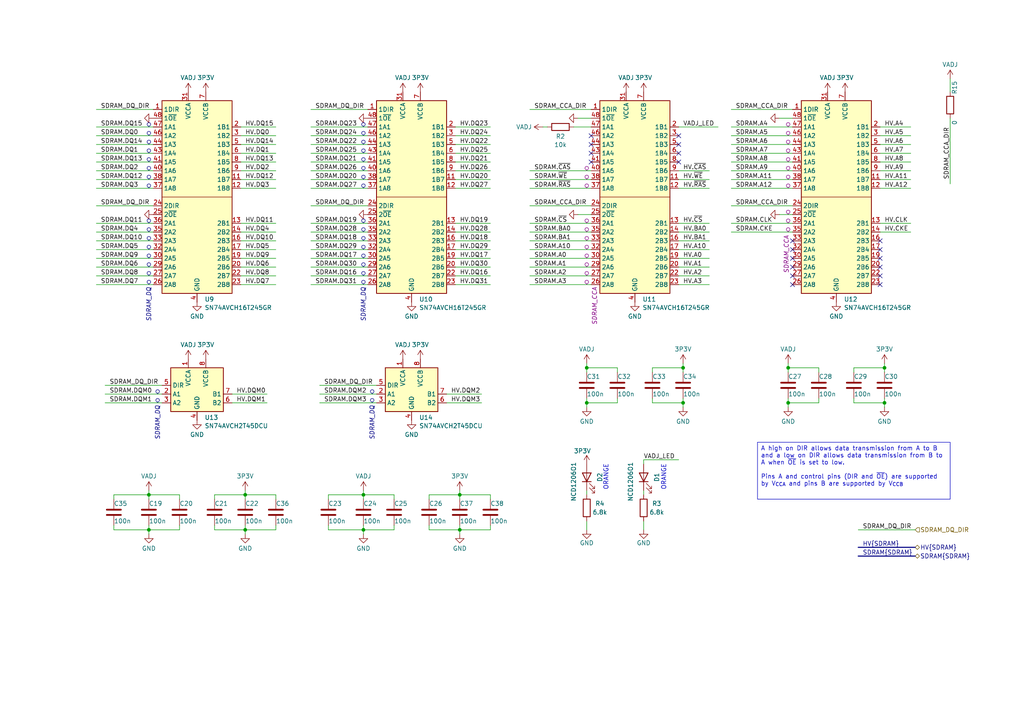
<source format=kicad_sch>
(kicad_sch (version 20231120) (generator "eeschema") (generator_version "8.0")
  (paper "A4")
  (title_block (title "Level Shifter") (date "2024-05-26") (rev "1.0.0") (company "CHIPS Alliance") (comment 1 "Yichuan Gao (2024-05-21)") (comment 2 "Yichuan Gao (2024-05-21)") (comment 4 "Yichuan Gao (2024-05-26)"))
  (lib_symbols
    (symbol "CHIPSAlliance_Logic:SN74AVCH16T245GR"
      (property "Reference" "U" (at -8.89 29.845 0))
      (property "Value" "SN74AVCH16T245GR" (at 14.605 29.845 0))
      (symbol "SN74AVCH16T245GR_0_1"
        (rectangle (start -10.16 27.94) (end 10.16 -27.94) (stroke (width 0.254)) (fill (type background)))
        (polyline (pts (xy -10.16 0) (xy 10.16 0)))
      )
      (symbol "SN74AVCH16T245GR_1_0"
        (pin input line (at -12.7 -5.08 0) (length 2.54) (name "2~{OE}") (number "25"))
        (pin bidirectional line (at -12.7 -25.4 0) (length 2.54) (name "2A8") (number "26"))
        (pin bidirectional line (at -12.7 -22.86 0) (length 2.54) (name "2A7") (number "27"))
        (pin passive line (at 0 -30.48 90) (length 2.54) hide (name "GND") (number "28"))
        (pin bidirectional line (at -12.7 -20.32 0) (length 2.54) (name "2A6") (number "29"))
        (pin bidirectional line (at -12.7 -17.78 0) (length 2.54) (name "2A5") (number "30"))
        (pin power_in line (at -2.54 30.48 270) (length 2.54) (name "VCCA") (number "31"))
        (pin bidirectional line (at -12.7 -15.24 0) (length 2.54) (name "2A4") (number "32"))
        (pin bidirectional line (at -12.7 -12.7 0) (length 2.54) (name "2A3") (number "33"))
        (pin passive line (at 0 -30.48 90) (length 2.54) hide (name "GND") (number "34"))
        (pin bidirectional line (at -12.7 -10.16 0) (length 2.54) (name "2A2") (number "35"))
        (pin bidirectional line (at -12.7 -7.62 0) (length 2.54) (name "2A1") (number "36"))
        (pin bidirectional line (at -12.7 2.54 0) (length 2.54) (name "1A8") (number "37"))
        (pin bidirectional line (at -12.7 5.08 0) (length 2.54) (name "1A7") (number "38"))
        (pin passive line (at 0 -30.48 90) (length 2.54) hide (name "GND") (number "39"))
        (pin bidirectional line (at -12.7 7.62 0) (length 2.54) (name "1A6") (number "40"))
        (pin bidirectional line (at -12.7 10.16 0) (length 2.54) (name "1A5") (number "41"))
        (pin passive line (at -2.54 30.48 270) (length 2.54) hide (name "VCCA") (number "42"))
        (pin bidirectional line (at -12.7 12.7 0) (length 2.54) (name "1A4") (number "43"))
        (pin bidirectional line (at -12.7 15.24 0) (length 2.54) (name "1A3") (number "44"))
        (pin passive line (at 0 -30.48 90) (length 2.54) hide (name "GND") (number "45"))
        (pin bidirectional line (at -12.7 17.78 0) (length 2.54) (name "1A2") (number "46"))
        (pin bidirectional line (at -12.7 20.32 0) (length 2.54) (name "1A1") (number "47"))
        (pin input line (at -12.7 22.86 0) (length 2.54) (name "1~{OE}") (number "48"))
      )
      (symbol "SN74AVCH16T245GR_1_1"
        (pin input line (at -12.7 25.4 0) (length 2.54) (name "1DIR") (number "1"))
        (pin passive line (at 0 -30.48 90) (length 2.54) hide (name "GND") (number "10"))
        (pin bidirectional line (at 12.7 5.08 180) (length 2.54) (name "1B7") (number "11"))
        (pin bidirectional line (at 12.7 2.54 180) (length 2.54) (name "1B8") (number "12"))
        (pin bidirectional line (at 12.7 -7.62 180) (length 2.54) (name "2B1") (number "13"))
        (pin bidirectional line (at 12.7 -10.16 180) (length 2.54) (name "2B2") (number "14"))
        (pin passive line (at 0 -30.48 90) (length 2.54) hide (name "GND") (number "15"))
        (pin bidirectional line (at 12.7 -12.7 180) (length 2.54) (name "2B3") (number "16"))
        (pin bidirectional line (at 12.7 -15.24 180) (length 2.54) (name "2B4") (number "17"))
        (pin passive line (at 2.54 30.48 270) (length 2.54) hide (name "VCCB") (number "18"))
        (pin bidirectional line (at 12.7 -17.78 180) (length 2.54) (name "2B5") (number "19"))
        (pin bidirectional line (at 12.7 20.32 180) (length 2.54) (name "1B1") (number "2"))
        (pin bidirectional line (at 12.7 -20.32 180) (length 2.54) (name "2B6") (number "20"))
        (pin passive line (at 0 -30.48 90) (length 2.54) hide (name "GND") (number "21"))
        (pin bidirectional line (at 12.7 -22.86 180) (length 2.54) (name "2B7") (number "22"))
        (pin bidirectional line (at 12.7 -25.4 180) (length 2.54) (name "2B8") (number "23"))
        (pin input line (at -12.7 -2.54 0) (length 2.54) (name "2DIR") (number "24"))
        (pin bidirectional line (at 12.7 17.78 180) (length 2.54) (name "1B2") (number "3"))
        (pin power_in line (at 0 -30.48 90) (length 2.54) (name "GND") (number "4"))
        (pin bidirectional line (at 12.7 15.24 180) (length 2.54) (name "1B3") (number "5"))
        (pin bidirectional line (at 12.7 12.7 180) (length 2.54) (name "1B4") (number "6"))
        (pin power_in line (at 2.54 30.48 270) (length 2.54) (name "VCCB") (number "7"))
        (pin bidirectional line (at 12.7 10.16 180) (length 2.54) (name "1B5") (number "8"))
        (pin bidirectional line (at 12.7 7.62 180) (length 2.54) (name "1B6") (number "9"))
      )
    )
    (symbol "CHIPSAlliance_Logic:SN74AVCH2T45DCU"
      (property "Reference" "U" (at -8.89 9.525 0))
      (property "Value" "SN74AVCH2T45DCU" (at 14.605 9.525 0))
      (symbol "SN74AVCH2T45DCU_0_1"
        (rectangle (start -7.62 7.62) (end 7.62 -5.08) (stroke (width 0.254)) (fill (type background)))
      )
      (symbol "SN74AVCH2T45DCU_1_0"
        (pin power_in line (at -2.54 10.16 270) (length 2.54) (name "VCCA") (number "1"))
        (pin bidirectional line (at -10.16 0 0) (length 2.54) (name "A1") (number "2"))
        (pin bidirectional line (at -10.16 -2.54 0) (length 2.54) (name "A2") (number "3"))
      )
      (symbol "SN74AVCH2T45DCU_1_1"
        (pin power_in line (at 0 -7.62 90) (length 2.54) (name "GND") (number "4"))
        (pin input line (at -10.16 2.54 0) (length 2.54) (name "DIR") (number "5"))
        (pin bidirectional line (at 10.16 -2.54 180) (length 2.54) (name "B2") (number "6"))
        (pin bidirectional line (at 10.16 0 180) (length 2.54) (name "B1") (number "7"))
        (pin power_in line (at 2.54 10.16 270) (length 2.54) (name "VCCB") (number "8"))
      )
    )
    (symbol "CHIPSAlliance_Power:3P3V" (power) (pin_names (offset 0))
      (property "Value" "3P3V" (at 0 3.81 0))
      (symbol "3P3V_0_1"
        (polyline (pts (xy -0.762 1.27) (xy 0 2.54)))
        (polyline (pts (xy 0 0) (xy 0 2.54)))
        (polyline (pts (xy 0 2.54) (xy 0.762 1.27)))
      )
      (symbol "3P3V_1_1"
        (pin power_in line (at 0 0 90) (length 0) hide (name "3P3V") (number "1"))
      )
    )
    (symbol "CHIPSAlliance_Power:GND" (power) (pin_names (offset 0))
      (property "Value" "GND" (at 0 -3.81 0))
      (symbol "GND_0_1"
        (polyline (pts (xy 0 0) (xy 0 -1.27) (xy 1.27 -1.27) (xy 0 -2.54) (xy -1.27 -1.27) (xy 0 -1.27)))
      )
      (symbol "GND_1_1"
        (pin power_in line (at 0 0 270) (length 0) hide (name "GND") (number "1"))
      )
    )
    (symbol "CHIPSAlliance_Power:VADJ" (power) (pin_names (offset 0))
      (property "Value" "VADJ" (at 0 3.81 0))
      (symbol "VADJ_0_1"
        (polyline (pts (xy -0.762 1.27) (xy 0 2.54)))
        (polyline (pts (xy 0 0) (xy 0 2.54)))
        (polyline (pts (xy 0 2.54) (xy 0.762 1.27)))
      )
      (symbol "VADJ_1_1"
        (pin power_in line (at 0 0 90) (length 0) hide (name "VADJ") (number "1"))
      )
    )
    (symbol "Device:C" (pin_numbers hide) (pin_names (offset 0.254))
      (property "Reference" "C" (at 0.635 2.54 0))
      (property "Value" "C" (at 0.635 -2.54 0))
      (symbol "C_0_1"
        (polyline (pts (xy -2.032 -0.762) (xy 2.032 -0.762)) (stroke (width 0.508)))
        (polyline (pts (xy -2.032 0.762) (xy 2.032 0.762)) (stroke (width 0.508)))
      )
      (symbol "C_1_1"
        (pin passive line (at 0 3.81 270) (length 2.794) (name "~") (number "1"))
        (pin passive line (at 0 -3.81 90) (length 2.794) (name "~") (number "2"))
      )
    )
    (symbol "Device:LED" (pin_numbers hide) (pin_names (offset 1.016) hide)
      (property "Reference" "D" (at 0 2.54 0))
      (property "Value" "LED" (at 0 -2.54 0))
      (symbol "LED_0_1"
        (polyline (pts (xy -1.27 -1.27) (xy -1.27 1.27)) (stroke (width 0.254)))
        (polyline (pts (xy -1.27 0) (xy 1.27 0)))
        (polyline (pts (xy 1.27 -1.27) (xy 1.27 1.27) (xy -1.27 0) (xy 1.27 -1.27)) (stroke (width 0.254)))
        (polyline (pts (xy -3.048 -0.762) (xy -4.572 -2.286) (xy -3.81 -2.286) (xy -4.572 -2.286) (xy -4.572 -1.524)))
        (polyline (pts (xy -1.778 -0.762) (xy -3.302 -2.286) (xy -2.54 -2.286) (xy -3.302 -2.286) (xy -3.302 -1.524)))
      )
      (symbol "LED_1_1"
        (pin passive line (at -3.81 0 0) (length 2.54) (name "K") (number "1"))
        (pin passive line (at 3.81 0 180) (length 2.54) (name "A") (number "2"))
      )
    )
    (symbol "Device:R" (pin_numbers hide) (pin_names (offset 0))
      (property "Reference" "R" (at 2.032 0 90))
      (property "Value" "R" (at 0 0 90))
      (symbol "R_0_1"
        (rectangle (start -1.016 -2.54) (end 1.016 2.54) (stroke (width 0.254)))
      )
      (symbol "R_1_1"
        (pin passive line (at 0 3.81 270) (length 1.27) (name "~") (number "1"))
        (pin passive line (at 0 -3.81 90) (length 1.27) (name "~") (number "2"))
      )
    )
  )
  (junction (at 71.12 153.67))
  (junction (at 133.35 153.67))
  (junction (at 170.18 116.84))
  (junction (at 43.18 143.51))
  (junction (at 198.12 106.68))
  (junction (at 256.54 116.84))
  (junction (at 198.12 116.84))
  (junction (at 71.12 143.51))
  (junction (at 43.18 153.67))
  (junction (at 133.35 143.51))
  (junction (at 170.18 106.68))
  (junction (at 228.6 106.68))
  (junction (at 105.41 143.51))
  (junction (at 105.41 153.67))
  (junction (at 256.54 106.68))
  (junction (at 228.6 116.84))
  (no_connect (at 171.45 44.45))
  (no_connect (at 255.27 80.01))
  (no_connect (at 255.27 74.93))
  (no_connect (at 196.85 46.99))
  (no_connect (at 229.87 69.85))
  (no_connect (at 229.87 72.39))
  (no_connect (at 229.87 82.55))
  (no_connect (at 171.45 39.37))
  (no_connect (at 171.45 41.91))
  (no_connect (at 196.85 39.37))
  (no_connect (at 255.27 69.85))
  (no_connect (at 229.87 80.01))
  (no_connect (at 255.27 77.47))
  (no_connect (at 196.85 41.91))
  (no_connect (at 255.27 82.55))
  (no_connect (at 171.45 46.99))
  (no_connect (at 229.87 77.47))
  (no_connect (at 255.27 72.39))
  (no_connect (at 196.85 44.45))
  (no_connect (at 229.87 74.93))
  (wire (pts (xy 205.74 72.39) (xy 196.85 72.39)))
  (wire (pts (xy 133.35 142.24) (xy 133.35 143.51)))
  (wire (pts (xy 27.94 44.45) (xy 44.45 44.45)))
  (wire (pts (xy 153.67 77.47) (xy 171.45 77.47)))
  (wire (pts (xy 153.67 59.69) (xy 171.45 59.69)))
  (wire (pts (xy 27.94 39.37) (xy 44.45 39.37)))
  (wire (pts (xy 27.94 54.61) (xy 44.45 54.61)))
  (wire (pts (xy 275.59 34.29) (xy 275.59 53.34)))
  (wire (pts (xy 189.23 115.57) (xy 189.23 116.84)))
  (wire (pts (xy 133.35 143.51) (xy 133.35 144.78)))
  (wire (pts (xy 27.94 59.69) (xy 44.45 59.69)))
  (wire (pts (xy 256.54 106.68) (xy 256.54 107.95)))
  (wire (pts (xy 212.09 39.37) (xy 229.87 39.37)))
  (wire (pts (xy 142.24 52.07) (xy 132.08 52.07)))
  (wire (pts (xy 142.24 143.51) (xy 142.24 144.78)))
  (wire (pts (xy 90.17 54.61) (xy 106.68 54.61)))
  (wire (pts (xy 105.41 143.51) (xy 105.41 144.78)))
  (wire (pts (xy 264.16 36.83) (xy 255.27 36.83)))
  (wire (pts (xy 142.24 77.47) (xy 132.08 77.47)))
  (wire (pts (xy 114.3 153.67) (xy 105.41 153.67)))
  (wire (pts (xy 52.07 143.51) (xy 43.18 143.51)))
  (wire (pts (xy 30.48 111.76) (xy 46.99 111.76)))
  (wire (pts (xy 142.24 39.37) (xy 132.08 39.37)))
  (wire (pts (xy 247.65 116.84) (xy 256.54 116.84)))
  (wire (pts (xy 142.24 54.61) (xy 132.08 54.61)))
  (wire (pts (xy 212.09 41.91) (xy 229.87 41.91)))
  (wire (pts (xy 264.16 41.91) (xy 255.27 41.91)))
  (wire (pts (xy 170.18 115.57) (xy 170.18 116.84)))
  (wire (pts (xy 212.09 44.45) (xy 229.87 44.45)))
  (wire (pts (xy 27.94 31.75) (xy 44.45 31.75)))
  (wire (pts (xy 105.41 152.4) (xy 105.41 153.67)))
  (wire (pts (xy 43.18 143.51) (xy 43.18 144.78)))
  (wire (pts (xy 69.85 74.93) (xy 80.01 74.93)))
  (wire (pts (xy 27.94 72.39) (xy 44.45 72.39)))
  (wire (pts (xy 170.18 116.84) (xy 170.18 118.11)))
  (wire (pts (xy 153.67 69.85) (xy 171.45 69.85)))
  (wire (pts (xy 264.16 54.61) (xy 255.27 54.61)))
  (wire (pts (xy 264.16 39.37) (xy 255.27 39.37)))
  (wire (pts (xy 69.85 72.39) (xy 80.01 72.39)))
  (wire (pts (xy 179.07 106.68) (xy 170.18 106.68)))
  (wire (pts (xy 205.74 49.53) (xy 196.85 49.53)))
  (wire (pts (xy 205.74 77.47) (xy 196.85 77.47)))
  (wire (pts (xy 92.71 114.3) (xy 109.22 114.3)))
  (wire (pts (xy 27.94 52.07) (xy 44.45 52.07)))
  (wire (pts (xy 198.12 106.68) (xy 198.12 107.95)))
  (wire (pts (xy 67.31 116.84) (xy 77.47 116.84)))
  (wire (pts (xy 264.16 67.31) (xy 255.27 67.31)))
  (wire (pts (xy 90.17 74.93) (xy 106.68 74.93)))
  (wire (pts (xy 27.94 41.91) (xy 44.45 41.91)))
  (wire (pts (xy 90.17 36.83) (xy 106.68 36.83)))
  (wire (pts (xy 71.12 143.51) (xy 71.12 144.78)))
  (wire (pts (xy 186.69 142.24) (xy 186.69 143.51)))
  (wire (pts (xy 212.09 67.31) (xy 229.87 67.31)))
  (wire (pts (xy 69.85 52.07) (xy 80.01 52.07)))
  (wire (pts (xy 90.17 67.31) (xy 106.68 67.31)))
  (wire (pts (xy 133.35 153.67) (xy 133.35 154.94)))
  (wire (pts (xy 43.18 153.67) (xy 43.18 154.94)))
  (wire (pts (xy 170.18 142.24) (xy 170.18 143.51)))
  (wire (pts (xy 142.24 64.77) (xy 132.08 64.77)))
  (wire (pts (xy 142.24 153.67) (xy 133.35 153.67)))
  (wire (pts (xy 170.18 105.41) (xy 170.18 106.68)))
  (wire (pts (xy 90.17 49.53) (xy 106.68 49.53)))
  (wire (pts (xy 95.25 153.67) (xy 105.41 153.67)))
  (wire (pts (xy 212.09 64.77) (xy 229.87 64.77)))
  (wire (pts (xy 205.74 74.93) (xy 196.85 74.93)))
  (wire (pts (xy 142.24 69.85) (xy 132.08 69.85)))
  (wire (pts (xy 247.65 115.57) (xy 247.65 116.84)))
  (wire (pts (xy 237.49 115.57) (xy 237.49 116.84)))
  (wire (pts (xy 153.67 31.75) (xy 171.45 31.75)))
  (wire (pts (xy 90.17 64.77) (xy 106.68 64.77)))
  (wire (pts (xy 43.18 152.4) (xy 43.18 153.67)))
  (wire (pts (xy 228.6 116.84) (xy 228.6 118.11)))
  (wire (pts (xy 69.85 82.55) (xy 80.01 82.55)))
  (wire (pts (xy 80.01 152.4) (xy 80.01 153.67)))
  (wire (pts (xy 153.67 80.01) (xy 171.45 80.01)))
  (wire (pts (xy 90.17 52.07) (xy 106.68 52.07)))
  (wire (pts (xy 69.85 39.37) (xy 80.01 39.37)))
  (wire (pts (xy 95.25 152.4) (xy 95.25 153.67)))
  (wire (pts (xy 186.69 151.13) (xy 186.69 153.67)))
  (wire (pts (xy 153.67 52.07) (xy 171.45 52.07)))
  (wire (pts (xy 179.07 107.95) (xy 179.07 106.68)))
  (wire (pts (xy 196.85 36.83) (xy 208.28 36.83)))
  (wire (pts (xy 264.16 46.99) (xy 255.27 46.99)))
  (wire (pts (xy 90.17 31.75) (xy 106.68 31.75)))
  (wire (pts (xy 71.12 142.24) (xy 71.12 143.51)))
  (wire (pts (xy 80.01 153.67) (xy 71.12 153.67)))
  (wire (pts (xy 52.07 144.78) (xy 52.07 143.51)))
  (wire (pts (xy 142.24 82.55) (xy 132.08 82.55)))
  (wire (pts (xy 153.67 67.31) (xy 171.45 67.31)))
  (wire (pts (xy 90.17 82.55) (xy 106.68 82.55)))
  (wire (pts (xy 198.12 116.84) (xy 198.12 118.11)))
  (wire (pts (xy 71.12 152.4) (xy 71.12 153.67)))
  (wire (pts (xy 142.24 67.31) (xy 132.08 67.31)))
  (wire (pts (xy 69.85 67.31) (xy 80.01 67.31)))
  (wire (pts (xy 228.6 115.57) (xy 228.6 116.84)))
  (wire (pts (xy 226.06 34.29) (xy 229.87 34.29)))
  (wire (pts (xy 170.18 106.68) (xy 170.18 107.95)))
  (wire (pts (xy 69.85 41.91) (xy 80.01 41.91)))
  (wire (pts (xy 69.85 64.77) (xy 80.01 64.77)))
  (wire (pts (xy 27.94 80.01) (xy 44.45 80.01)))
  (wire (pts (xy 153.67 54.61) (xy 171.45 54.61)))
  (wire (pts (xy 186.69 133.35) (xy 186.69 134.62)))
  (wire (pts (xy 205.74 67.31) (xy 196.85 67.31)))
  (wire (pts (xy 142.24 49.53) (xy 132.08 49.53)))
  (wire (pts (xy 80.01 143.51) (xy 71.12 143.51)))
  (wire (pts (xy 43.18 142.24) (xy 43.18 143.51)))
  (wire (pts (xy 90.17 59.69) (xy 106.68 59.69)))
  (wire (pts (xy 90.17 46.99) (xy 106.68 46.99)))
  (bus (pts (xy 265.43 161.29) (xy 248.92 161.29)))
  (wire (pts (xy 139.7 116.84) (xy 129.54 116.84)))
  (wire (pts (xy 275.59 22.86) (xy 275.59 26.67)))
  (wire (pts (xy 105.41 142.24) (xy 105.41 143.51)))
  (wire (pts (xy 247.65 106.68) (xy 256.54 106.68)))
  (wire (pts (xy 90.17 39.37) (xy 106.68 39.37)))
  (wire (pts (xy 90.17 72.39) (xy 106.68 72.39)))
  (wire (pts (xy 105.41 153.67) (xy 105.41 154.94)))
  (wire (pts (xy 198.12 115.57) (xy 198.12 116.84)))
  (wire (pts (xy 212.09 36.83) (xy 229.87 36.83)))
  (wire (pts (xy 142.24 36.83) (xy 132.08 36.83)))
  (wire (pts (xy 62.23 143.51) (xy 71.12 143.51)))
  (wire (pts (xy 30.48 116.84) (xy 46.99 116.84)))
  (wire (pts (xy 189.23 106.68) (xy 198.12 106.68)))
  (wire (pts (xy 69.85 46.99) (xy 80.01 46.99)))
  (wire (pts (xy 212.09 52.07) (xy 229.87 52.07)))
  (wire (pts (xy 237.49 116.84) (xy 228.6 116.84)))
  (wire (pts (xy 69.85 77.47) (xy 80.01 77.47)))
  (wire (pts (xy 142.24 44.45) (xy 132.08 44.45)))
  (bus (pts (xy 265.43 158.75) (xy 248.92 158.75)))
  (wire (pts (xy 153.67 64.77) (xy 171.45 64.77)))
  (wire (pts (xy 264.16 52.07) (xy 255.27 52.07)))
  (wire (pts (xy 124.46 143.51) (xy 133.35 143.51)))
  (wire (pts (xy 114.3 143.51) (xy 105.41 143.51)))
  (wire (pts (xy 52.07 152.4) (xy 52.07 153.67)))
  (wire (pts (xy 139.7 114.3) (xy 129.54 114.3)))
  (wire (pts (xy 264.16 44.45) (xy 255.27 44.45)))
  (wire (pts (xy 27.94 69.85) (xy 44.45 69.85)))
  (wire (pts (xy 186.69 133.35) (xy 196.85 133.35)))
  (wire (pts (xy 62.23 144.78) (xy 62.23 143.51)))
  (wire (pts (xy 153.67 82.55) (xy 171.45 82.55)))
  (wire (pts (xy 33.02 143.51) (xy 43.18 143.51)))
  (wire (pts (xy 142.24 74.93) (xy 132.08 74.93)))
  (wire (pts (xy 62.23 152.4) (xy 62.23 153.67)))
  (wire (pts (xy 189.23 107.95) (xy 189.23 106.68)))
  (wire (pts (xy 237.49 107.95) (xy 237.49 106.68)))
  (wire (pts (xy 27.94 74.93) (xy 44.45 74.93)))
  (wire (pts (xy 80.01 144.78) (xy 80.01 143.51)))
  (wire (pts (xy 205.74 52.07) (xy 196.85 52.07)))
  (wire (pts (xy 69.85 80.01) (xy 80.01 80.01)))
  (wire (pts (xy 92.71 116.84) (xy 109.22 116.84)))
  (wire (pts (xy 228.6 106.68) (xy 228.6 107.95)))
  (wire (pts (xy 212.09 31.75) (xy 229.87 31.75)))
  (wire (pts (xy 167.64 34.29) (xy 171.45 34.29)))
  (wire (pts (xy 142.24 80.01) (xy 132.08 80.01)))
  (wire (pts (xy 114.3 144.78) (xy 114.3 143.51)))
  (wire (pts (xy 69.85 36.83) (xy 80.01 36.83)))
  (wire (pts (xy 69.85 69.85) (xy 80.01 69.85)))
  (wire (pts (xy 228.6 105.41) (xy 228.6 106.68)))
  (wire (pts (xy 33.02 153.67) (xy 43.18 153.67)))
  (wire (pts (xy 114.3 152.4) (xy 114.3 153.67)))
  (wire (pts (xy 27.94 64.77) (xy 44.45 64.77)))
  (wire (pts (xy 69.85 44.45) (xy 80.01 44.45)))
  (wire (pts (xy 142.24 46.99) (xy 132.08 46.99)))
  (wire (pts (xy 256.54 105.41) (xy 256.54 106.68)))
  (wire (pts (xy 92.71 111.76) (xy 109.22 111.76)))
  (wire (pts (xy 237.49 106.68) (xy 228.6 106.68)))
  (wire (pts (xy 90.17 44.45) (xy 106.68 44.45)))
  (wire (pts (xy 157.48 36.83) (xy 158.75 36.83)))
  (wire (pts (xy 142.24 41.91) (xy 132.08 41.91)))
  (wire (pts (xy 170.18 151.13) (xy 170.18 153.67)))
  (wire (pts (xy 248.92 153.67) (xy 265.43 153.67)))
  (wire (pts (xy 153.67 49.53) (xy 171.45 49.53)))
  (wire (pts (xy 205.74 80.01) (xy 196.85 80.01)))
  (wire (pts (xy 27.94 77.47) (xy 44.45 77.47)))
  (wire (pts (xy 27.94 36.83) (xy 44.45 36.83)))
  (wire (pts (xy 124.46 152.4) (xy 124.46 153.67)))
  (wire (pts (xy 212.09 59.69) (xy 229.87 59.69)))
  (wire (pts (xy 71.12 153.67) (xy 71.12 154.94)))
  (wire (pts (xy 90.17 77.47) (xy 106.68 77.47)))
  (wire (pts (xy 95.25 143.51) (xy 105.41 143.51)))
  (wire (pts (xy 212.09 49.53) (xy 229.87 49.53)))
  (wire (pts (xy 205.74 64.77) (xy 196.85 64.77)))
  (wire (pts (xy 205.74 69.85) (xy 196.85 69.85)))
  (wire (pts (xy 69.85 49.53) (xy 80.01 49.53)))
  (wire (pts (xy 67.31 114.3) (xy 77.47 114.3)))
  (wire (pts (xy 264.16 49.53) (xy 255.27 49.53)))
  (wire (pts (xy 69.85 54.61) (xy 80.01 54.61)))
  (wire (pts (xy 212.09 54.61) (xy 229.87 54.61)))
  (wire (pts (xy 133.35 152.4) (xy 133.35 153.67)))
  (wire (pts (xy 90.17 80.01) (xy 106.68 80.01)))
  (wire (pts (xy 179.07 116.84) (xy 170.18 116.84)))
  (wire (pts (xy 52.07 153.67) (xy 43.18 153.67)))
  (wire (pts (xy 124.46 144.78) (xy 124.46 143.51)))
  (wire (pts (xy 33.02 152.4) (xy 33.02 153.67)))
  (wire (pts (xy 166.37 36.83) (xy 171.45 36.83)))
  (wire (pts (xy 124.46 153.67) (xy 133.35 153.67)))
  (wire (pts (xy 179.07 115.57) (xy 179.07 116.84)))
  (wire (pts (xy 27.94 67.31) (xy 44.45 67.31)))
  (wire (pts (xy 153.67 72.39) (xy 171.45 72.39)))
  (wire (pts (xy 95.25 144.78) (xy 95.25 143.51)))
  (wire (pts (xy 189.23 116.84) (xy 198.12 116.84)))
  (wire (pts (xy 142.24 143.51) (xy 133.35 143.51)))
  (wire (pts (xy 212.09 46.99) (xy 229.87 46.99)))
  (wire (pts (xy 205.74 54.61) (xy 196.85 54.61)))
  (wire (pts (xy 33.02 144.78) (xy 33.02 143.51)))
  (wire (pts (xy 256.54 116.84) (xy 256.54 118.11)))
  (wire (pts (xy 62.23 153.67) (xy 71.12 153.67)))
  (wire (pts (xy 264.16 64.77) (xy 255.27 64.77)))
  (wire (pts (xy 226.06 62.23) (xy 229.87 62.23)))
  (wire (pts (xy 205.74 82.55) (xy 196.85 82.55)))
  (wire (pts (xy 167.64 62.23) (xy 171.45 62.23)))
  (wire (pts (xy 90.17 41.91) (xy 106.68 41.91)))
  (wire (pts (xy 256.54 115.57) (xy 256.54 116.84)))
  (wire (pts (xy 27.94 82.55) (xy 44.45 82.55)))
  (wire (pts (xy 247.65 107.95) (xy 247.65 106.68)))
  (wire (pts (xy 198.12 105.41) (xy 198.12 106.68)))
  (wire (pts (xy 30.48 114.3) (xy 46.99 114.3)))
  (wire (pts (xy 142.24 152.4) (xy 142.24 153.67)))
  (wire (pts (xy 90.17 69.85) (xy 106.68 69.85)))
  (wire (pts (xy 27.94 49.53) (xy 44.45 49.53)))
  (wire (pts (xy 27.94 46.99) (xy 44.45 46.99)))
  (wire (pts (xy 142.24 72.39) (xy 132.08 72.39)))
  (wire (pts (xy 153.67 74.93) (xy 171.45 74.93)))
  (text_box "A high on DIR allows data transmission from A to B and a low on DIR allows data transmission from B to A when ~{OE} is set to low.\n\nPins A and control pins (DIR and ~{OE}) are supported by V_{CCA} and pins B are supported by V_{CCB}" (at 219.71 128.27 0) (size 55.88 16.51) (effects (font (size 1.27 1.27)) (justify left top)))
  (text "ORANGE" (at 176.53 142.24 90) (effects (font (size 1.27 1.27)) (justify left bottom)))
  (text "ORANGE" (at 193.294 142.24 90) (effects (font (size 1.27 1.27)) (justify left bottom)))
  (label "SDRAM.A5" (at 213.36 39.37 0))
  (label "SDRAM.DQ5" (at 29.21 72.39 0))
  (label "SDRAM.A9" (at 213.36 49.53 0))
  (label "SDRAM.DQ23" (at 91.44 36.83 0))
  (label "HV.~{WE}" (at 198.12 52.07 0))
  (label "SDRAM.DQ2" (at 29.21 49.53 0))
  (label "SDRAM.DQ11" (at 29.21 64.77 0))
  (label "HV.DQ21" (at 133.35 46.99 0))
  (label "SDRAM.DQ0" (at 29.21 39.37 0))
  (label "HV.A5" (at 256.54 39.37 0))
  (label "SDRAM{SDRAM}" (at 250.19 161.29 0))
  (label "HV{SDRAM}" (at 250.19 158.75 0))
  (label "HV.DQ18" (at 133.35 69.85 0))
  (label "HV.A9" (at 256.54 49.53 0))
  (label "HV.DQ10" (at 71.12 69.85 0))
  (label "HV.A7" (at 256.54 44.45 0))
  (label "HV.DQ14" (at 71.12 41.91 0))
  (label "SDRAM.BA1" (at 154.94 69.85 0))
  (label "SDRAM.DQ1" (at 29.21 44.45 0))
  (label "SDRAM.DQ26" (at 91.44 49.53 0))
  (label "SDRAM.DQ19" (at 91.44 64.77 0))
  (label "SDRAM.A8" (at 213.36 46.99 0))
  (label "HV.~{CAS}" (at 198.12 49.53 0))
  (label "SDRAM.BA0" (at 154.94 67.31 0))
  (label "SDRAM_DQ_DIR" (at 29.21 59.69 0))
  (label "SDRAM.DQ31" (at 91.44 82.55 0))
  (label "HV.DQ0" (at 71.12 39.37 0))
  (label "SDRAM.A7" (at 213.36 44.45 0))
  (label "SDRAM.DQ16" (at 91.44 80.01 0))
  (label "HV.DQ30" (at 133.35 77.47 0))
  (label "HV.A0" (at 198.12 74.93 0))
  (label "HV.DQ17" (at 133.35 74.93 0))
  (label "HV.CKE" (at 256.54 67.31 0))
  (label "SDRAM_CCA_DIR" (at 154.94 59.69 0))
  (label "SDRAM.A4" (at 213.36 36.83 0))
  (label "SDRAM_CCA_DIR" (at 213.36 31.75 0))
  (label "SDRAM.DQ3" (at 29.21 54.61 0))
  (label "SDRAM.~{RAS}" (at 154.94 54.61 0))
  (label "SDRAM.DQM1" (at 31.75 116.84 0))
  (label "SDRAM.DQ14" (at 29.21 41.91 0))
  (label "SDRAM.A12" (at 213.36 54.61 0))
  (label "SDRAM.DQ7" (at 29.21 82.55 0))
  (label "SDRAM_DQ_DIR" (at 91.44 31.75 0))
  (label "HV.DQ9" (at 71.12 74.93 0))
  (label "HV.DQM3" (at 130.81 116.84 0))
  (label "SDRAM.DQ9" (at 29.21 74.93 0))
  (label "SDRAM_DQ_DIR" (at 250.19 153.67 0))
  (label "HV.DQ27" (at 133.35 54.61 0))
  (label "SDRAM.DQ4" (at 29.21 67.31 0))
  (label "HV.BA0" (at 198.12 67.31 0))
  (label "HV.DQ16" (at 133.35 80.01 0))
  (label "HV.DQM0" (at 68.58 114.3 0))
  (label "VADJ_LED" (at 198.12 36.83 0))
  (label "HV.DQ29" (at 133.35 72.39 0))
  (label "SDRAM.DQ21" (at 91.44 46.99 0))
  (label "SDRAM.A6" (at 213.36 41.91 0))
  (label "HV.DQ6" (at 71.12 77.47 0))
  (label "SDRAM_CCA_DIR" (at 275.59 36.83 270))
  (label "HV.DQ23" (at 133.35 36.83 0))
  (label "VADJ_LED" (at 186.69 133.35 0))
  (label "SDRAM.DQ15" (at 29.21 36.83 0))
  (label "SDRAM.DQ6" (at 29.21 77.47 0))
  (label "HV.~{CS}" (at 198.12 64.77 0))
  (label "SDRAM.A11" (at 213.36 52.07 0))
  (label "SDRAM.A2" (at 154.94 80.01 0))
  (label "SDRAM.DQ10" (at 29.21 69.85 0))
  (label "SDRAM_DQ_DIR" (at 31.75 111.76 0))
  (label "HV.A3" (at 198.12 82.55 0))
  (label "SDRAM.~{CAS}" (at 154.94 49.53 0))
  (label "HV.CLK" (at 256.54 64.77 0))
  (label "HV.A11" (at 256.54 52.07 0))
  (label "HV.DQ1" (at 71.12 44.45 0))
  (label "HV.DQ13" (at 71.12 46.99 0))
  (label "SDRAM.DQ28" (at 91.44 67.31 0))
  (label "SDRAM.~{CS}" (at 154.94 64.77 0))
  (label "HV.DQM1" (at 68.58 116.84 0))
  (label "HV.~{RAS}" (at 198.12 54.61 0))
  (label "HV.DQ31" (at 133.35 82.55 0))
  (label "HV.A6" (at 256.54 41.91 0))
  (label "SDRAM_DQ_DIR" (at 91.44 59.69 0))
  (label "SDRAM.DQ30" (at 91.44 77.47 0))
  (label "SDRAM.DQ8" (at 29.21 80.01 0))
  (label "SDRAM.DQM3" (at 93.98 116.84 0))
  (label "SDRAM.DQ29" (at 91.44 72.39 0))
  (label "SDRAM.DQM2" (at 93.98 114.3 0))
  (label "SDRAM.DQ24" (at 91.44 39.37 0))
  (label "HV.DQ11" (at 71.12 64.77 0))
  (label "SDRAM.DQ22" (at 91.44 41.91 0))
  (label "HV.DQ20" (at 133.35 52.07 0))
  (label "HV.DQ7" (at 71.12 82.55 0))
  (label "HV.A2" (at 198.12 80.01 0))
  (label "SDRAM.DQ27" (at 91.44 54.61 0))
  (label "HV.A4" (at 256.54 36.83 0))
  (label "SDRAM_CCA_DIR" (at 213.36 59.69 0))
  (label "SDRAM.DQ12" (at 29.21 52.07 0))
  (label "HV.DQ24" (at 133.35 39.37 0))
  (label "HV.DQM2" (at 130.81 114.3 0))
  (label "HV.DQ5" (at 71.12 72.39 0))
  (label "HV.DQ12" (at 71.12 52.07 0))
  (label "SDRAM.~{WE}" (at 154.94 52.07 0))
  (label "HV.DQ25" (at 133.35 44.45 0))
  (label "SDRAM.DQ20" (at 91.44 52.07 0))
  (label "HV.A1" (at 198.12 77.47 0))
  (label "SDRAM.CLK" (at 213.36 64.77 0))
  (label "HV.DQ28" (at 133.35 67.31 0))
  (label "HV.DQ19" (at 133.35 64.77 0))
  (label "HV.A12" (at 256.54 54.61 0))
  (label "HV.DQ2" (at 71.12 49.53 0))
  (label "SDRAM.A0" (at 154.94 74.93 0))
  (label "HV.BA1" (at 198.12 69.85 0))
  (label "HV.DQ4" (at 71.12 67.31 0))
  (label "SDRAM_DQ_DIR" (at 93.98 111.76 0))
  (label "HV.DQ8" (at 71.12 80.01 0))
  (label "HV.A8" (at 256.54 46.99 0))
  (label "HV.DQ3" (at 71.12 54.61 0))
  (label "HV.DQ15" (at 71.12 36.83 0))
  (label "HV.DQ22" (at 133.35 41.91 0))
  (label "SDRAM.DQ17" (at 91.44 74.93 0))
  (label "SDRAM.DQ18" (at 91.44 69.85 0))
  (label "HV.A10" (at 198.12 72.39 0))
  (label "HV.DQ26" (at 133.35 49.53 0))
  (label "SDRAM.DQ25" (at 91.44 44.45 0))
  (label "SDRAM.CKE" (at 213.36 67.31 0))
  (label "SDRAM.A10" (at 154.94 72.39 0))
  (label "SDRAM.DQ13" (at 29.21 46.99 0))
  (label "SDRAM_CCA_DIR" (at 154.94 31.75 0))
  (label "SDRAM_DQ_DIR" (at 29.21 31.75 0))
  (label "SDRAM.DQM0" (at 31.75 114.3 0))
  (label "SDRAM.A3" (at 154.94 82.55 0))
  (label "SDRAM.A1" (at 154.94 77.47 0))
  (hierarchical_label "HV{SDRAM}" (shape bidirectional) (at 265.43 158.75 0))
  (hierarchical_label "SDRAM{SDRAM}" (shape bidirectional) (at 265.43 161.29 0))
  (hierarchical_label "SDRAM_DQ_DIR" (shape input) (at 265.43 153.67 0))
  (netclass_flag "" (length 0.762) (shape round) (at 170.18 49.53 0) (property "Netclass" "SDRAM_CCA" (effects (hide yes))))
  (netclass_flag "" (length 0.762) (shape round) (at 170.18 67.31 0) (property "Netclass" "SDRAM_CCA" (effects (hide yes))))
  (netclass_flag "" (length 0.762) (shape round) (at 43.18 74.93 0) (property "Netclass" "SDRAM_DQ" (effects (hide yes))))
  (netclass_flag "" (length 0.762) (shape round) (at 43.18 39.37 0) (property "Netclass" "SDRAM_DQ" (effects (hide yes))))
  (netclass_flag "" (length 0.762) (shape round) (at 105.41 67.31 0) (property "Netclass" "SDRAM_DQ" (effects (hide yes))))
  (netclass_flag "" (length 0.762) (shape round) (at 105.41 41.91 0) (property "Netclass" "SDRAM_DQ" (effects (hide yes))))
  (netclass_flag "" (length 0.762) (shape round) (at 228.6 46.99 0) (property "Netclass" "SDRAM_CCA" (effects (hide yes))))
  (netclass_flag "" (length 0.762) (shape round) (at 43.18 72.39 0) (property "Netclass" "SDRAM_DQ" (effects (hide yes))))
  (netclass_flag "" (length 0.762) (shape round) (at 105.41 64.77 0) (property "Netclass" "SDRAM_DQ" (effects (hide yes))))
  (netclass_flag "" (length 0.762) (shape round) (at 43.18 77.47 0) (property "Netclass" "SDRAM_DQ" (effects (hide yes))))
  (netclass_flag "" (length 0.762) (shape round) (at 105.41 69.85 0) (property "Netclass" "SDRAM_DQ" (effects (hide yes))))
  (netclass_flag "" (length 0.762) (shape round) (at 43.18 46.99 0) (property "Netclass" "SDRAM_DQ" (effects (hide yes))))
  (netclass_flag "" (length 0.762) (shape round) (at 43.18 54.61 0) (property "Netclass" "SDRAM_DQ" (effects (hide yes))))
  (netclass_flag "" (length 0.762) (shape round) (at 228.6 36.83 0) (property "Netclass" "SDRAM_CCA" (effects (hide yes))))
  (netclass_flag "" (length 0.762) (shape round) (at 105.41 46.99 0) (property "Netclass" "SDRAM_DQ" (effects (hide yes))))
  (netclass_flag "" (length 0.762) (shape round) (at 170.18 72.39 0) (property "Netclass" "SDRAM_CCA" (effects (hide yes))))
  (netclass_flag "" (length 0.762) (shape round) (at 105.41 80.01 0) (property "Netclass" "SDRAM_DQ" (effects (hide yes))))
  (netclass_flag "" (length 0.762) (shape round) (at 170.18 74.93 0) (property "Netclass" "SDRAM_CCA" (effects (hide yes))))
  (netclass_flag "" (length 0.762) (shape round) (at 105.41 72.39 0) (property "Netclass" "SDRAM_DQ" (effects (hide yes))))
  (netclass_flag "" (length 0.762) (shape round) (at 228.6 64.77 0) (property "Netclass" "SDRAM_CCA" (effects (hide yes))))
  (netclass_flag "" (length 0.762) (shape round) (at 43.18 69.85 0) (property "Netclass" "SDRAM_DQ" (effects (hide yes))))
  (netclass_flag "" (length 0.762) (shape round) (at 105.41 82.55 0) (property "Netclass" "SDRAM_DQ" (at 105.41 93.218 90) (effects (font (italic yes)) (justify left))))
  (netclass_flag "" (length 0.762) (shape round) (at 105.41 49.53 0) (property "Netclass" "SDRAM_DQ" (effects (hide yes))))
  (netclass_flag "" (length 0.762) (shape round) (at 105.41 36.83 0) (property "Netclass" "SDRAM_DQ" (effects (hide yes))))
  (netclass_flag "" (length 0.762) (shape round) (at 105.41 77.47 0) (property "Netclass" "SDRAM_DQ" (effects (hide yes))))
  (netclass_flag "" (length 0.762) (shape round) (at 107.95 116.84 0) (property "Netclass" "SDRAM_DQ" (at 107.95 127.508 90) (effects (font (italic yes)) (justify left))))
  (netclass_flag "" (length 0.762) (shape round) (at 105.41 54.61 0) (property "Netclass" "SDRAM_DQ" (effects (hide yes))))
  (netclass_flag "" (length 0.762) (shape round) (at 43.18 67.31 0) (property "Netclass" "SDRAM_DQ" (effects (hide yes))))
  (netclass_flag "" (length 0.762) (shape round) (at 105.41 44.45 0) (property "Netclass" "SDRAM_DQ" (effects (hide yes))))
  (netclass_flag "" (length 0.762) (shape round) (at 170.18 82.55 0) (property "Netclass" "SDRAM_CCA" (at 172.466 94.234 90) (effects (font (italic yes)) (justify left))))
  (netclass_flag "" (length 0.762) (shape round) (at 105.41 52.07 0) (property "Netclass" "SDRAM_DQ" (effects (hide yes))))
  (netclass_flag "" (length 0.762) (shape round) (at 228.6 52.07 0) (property "Netclass" "SDRAM_CCA" (effects (hide yes))))
  (netclass_flag "" (length 0.762) (shape round) (at 228.6 39.37 0) (property "Netclass" "SDRAM_CCA" (effects (hide yes))))
  (netclass_flag "" (length 0.762) (shape round) (at 228.6 62.23 0) (property "Netclass" "SDRAM_CCA" (effects (hide yes))))
  (netclass_flag "" (length 0.762) (shape round) (at 43.18 82.55 0) (property "Netclass" "SDRAM_DQ" (at 43.18 93.218 90) (effects (font (italic yes)) (justify left))))
  (netclass_flag "" (length 0.762) (shape round) (at 228.6 54.61 0) (property "Netclass" "SDRAM_CCA" (effects (hide yes))))
  (netclass_flag "" (length 0.762) (shape round) (at 170.18 52.07 0) (property "Netclass" "SDRAM_CCA" (effects (hide yes))))
  (netclass_flag "" (length 0.762) (shape round) (at 170.18 77.47 0) (property "Netclass" "SDRAM_CCA" (effects (hide yes))))
  (netclass_flag "" (length 0.762) (shape round) (at 43.18 44.45 0) (property "Netclass" "SDRAM_DQ" (effects (hide yes))))
  (netclass_flag "" (length 0.762) (shape round) (at 43.18 52.07 0) (property "Netclass" "SDRAM_DQ" (effects (hide yes))))
  (netclass_flag "" (length 0.762) (shape round) (at 105.41 74.93 0) (property "Netclass" "SDRAM_DQ" (effects (hide yes))))
  (netclass_flag "" (length 0.762) (shape round) (at 170.18 69.85 0) (property "Netclass" "SDRAM_CCA" (effects (hide yes))))
  (netclass_flag "" (length 0.762) (shape round) (at 170.18 64.77 0) (property "Netclass" "SDRAM_CCA" (effects (hide yes))))
  (netclass_flag "" (length 0.762) (shape round) (at 228.6 41.91 0) (property "Netclass" "SDRAM_CCA" (effects (hide yes))))
  (netclass_flag "" (length 0.762) (shape round) (at 43.18 49.53 0) (property "Netclass" "SDRAM_DQ" (effects (hide yes))))
  (netclass_flag "" (length 0.762) (shape round) (at 228.6 49.53 0) (property "Netclass" "SDRAM_CCA" (effects (hide yes))))
  (netclass_flag "" (length 0.762) (shape round) (at 228.6 67.31 0) (property "Netclass" "SDRAM_CCA" (at 228.092 79.248 90) (effects (font (italic yes)) (justify left))))
  (netclass_flag "" (length 0.762) (shape round) (at 170.18 54.61 0) (property "Netclass" "SDRAM_CCA" (effects (hide yes))))
  (netclass_flag "" (length 0.762) (shape round) (at 45.72 114.3 0) (property "Netclass" "SDRAM_DQ" (effects (hide yes))))
  (netclass_flag "" (length 0.762) (shape round) (at 43.18 80.01 0) (property "Netclass" "SDRAM_DQ" (effects (hide yes))))
  (netclass_flag "" (length 0.762) (shape round) (at 107.95 114.3 0) (property "Netclass" "SDRAM_DQ" (effects (hide yes))))
  (netclass_flag "" (length 0.762) (shape round) (at 170.18 80.01 0) (property "Netclass" "SDRAM_CCA" (effects (hide yes))))
  (netclass_flag "" (length 0.762) (shape round) (at 43.18 36.83 0) (property "Netclass" "SDRAM_DQ" (effects (hide yes))))
  (netclass_flag "" (length 0.762) (shape round) (at 43.18 64.77 0) (property "Netclass" "SDRAM_DQ" (effects (hide yes))))
  (netclass_flag "" (length 0.762) (shape round) (at 45.72 116.84 0) (property "Netclass" "SDRAM_DQ" (at 45.72 127.508 90) (effects (font (italic yes)) (justify left))))
  (netclass_flag "" (length 0.762) (shape round) (at 228.6 44.45 0) (property "Netclass" "SDRAM_CCA" (effects (hide yes))))
  (netclass_flag "" (length 0.762) (shape round) (at 105.41 39.37 0) (property "Netclass" "SDRAM_DQ" (effects (hide yes))))
  (netclass_flag "" (length 0.762) (shape round) (at 43.18 41.91 0) (property "Netclass" "SDRAM_DQ" (effects (hide yes))))
  (symbol (lib_id "CHIPSAlliance_Logic:SN74AVCH16T245GR") (at 119.38 57.15 0) (unit 1)
    (property "Reference" "U10" (at 121.5741 86.8101 0) (effects (justify left)))
    (property "Value" "SN74AVCH16T245GR" (at 121.5741 89.2344 0) (effects (justify left)))
    (property "Footprint" "Package_SO:TSSOP-48_6.1x12.5mm_P0.5mm" (effects (hide yes)))
    (property "Datasheet" "https://www.ti.com/lit/ds/symlink/sn74avch16t245.pdf" (effects (hide yes)))
    (property "Description" "16-Bit Dual-Supply Bus Transceiver with Configurable Level-Shifting / Voltage Translation and Tri-State Outputs" (effects (hide yes)))
  )
  (symbol (lib_id "Device:C") (at 114.3 148.59 0) (unit 1)
    (property "Reference" "C25" (at 114.3 146.05 0) (effects (justify left)))
    (property "Value" "100n" (at 114.3 151.13 0) (effects (justify left)))
    (property "Footprint" "Capacitor_SMD:C_0402_1005Metric" (effects (hide yes)))
  )
  (symbol (lib_id "CHIPSAlliance_Power:VADJ") (at 54.61 26.67 0) (unit 1)
    (property "Reference" "#PWR087" (effects (hide yes)))
    (property "Value" "VADJ" (at 54.61 22.5369 0))
  )
  (symbol (lib_id "CHIPSAlliance_Power:VADJ") (at 43.18 142.24 0) (unit 1)
    (property "Reference" "#PWR089" (effects (hide yes)))
    (property "Value" "VADJ" (at 43.18 138.1069 0))
  )
  (symbol (lib_id "CHIPSAlliance_Power:GND") (at 119.38 87.63 0) (unit 1)
    (property "Reference" "#PWR0115" (effects (hide yes)))
    (property "Value" "GND" (at 119.38 91.7631 0))
  )
  (symbol (lib_id "Device:C") (at 133.35 148.59 0) (unit 1)
    (property "Reference" "C37" (at 133.35 146.05 0) (effects (justify left)))
    (property "Value" "100n" (at 133.35 151.13 0) (effects (justify left)))
    (property "Footprint" "Capacitor_SMD:C_0402_1005Metric" (effects (hide yes)))
  )
  (symbol (lib_id "CHIPSAlliance_Power:GND") (at 256.54 118.11 0) (unit 1)
    (property "Reference" "#PWR0110" (effects (hide yes)))
    (property "Value" "GND" (at 256.54 122.2431 0))
  )
  (symbol (lib_id "CHIPSAlliance_Power:GND") (at 57.15 87.63 0) (unit 1)
    (property "Reference" "#PWR090" (effects (hide yes)))
    (property "Value" "GND" (at 57.15 91.7631 0))
  )
  (symbol (lib_id "CHIPSAlliance_Power:3P3V") (at 198.12 105.41 0) (unit 1)
    (property "Reference" "#PWR0135" (effects (hide yes)))
    (property "Value" "3P3V" (at 198.12 101.2769 0))
  )
  (symbol (lib_id "Device:C") (at 62.23 148.59 0) (unit 1)
    (property "Reference" "C21" (at 62.23 146.05 0) (effects (justify left)))
    (property "Value" "100n" (at 62.23 151.13 0) (effects (justify left)))
    (property "Footprint" "Capacitor_SMD:C_0402_1005Metric" (effects (hide yes)))
  )
  (symbol (lib_id "CHIPSAlliance_Power:GND") (at 170.18 118.11 0) (unit 1)
    (property "Reference" "#PWR0130" (effects (hide yes)))
    (property "Value" "GND" (at 170.18 122.2431 0))
  )
  (symbol (lib_id "CHIPSAlliance_Power:3P3V") (at 186.69 26.67 0) (unit 1)
    (property "Reference" "#PWR0133" (effects (hide yes)))
    (property "Value" "3P3V" (at 186.69 22.5369 0))
  )
  (symbol (lib_id "CHIPSAlliance_Power:GND") (at 228.6 118.11 0) (unit 1)
    (property "Reference" "#PWR0108" (effects (hide yes)))
    (property "Value" "GND" (at 228.6 122.2431 0))
  )
  (symbol (lib_id "CHIPSAlliance_Power:3P3V") (at 133.35 142.24 0) (unit 1)
    (property "Reference" "#PWR0142" (effects (hide yes)))
    (property "Value" "3P3V" (at 133.35 138.1069 0))
  )
  (symbol (lib_id "CHIPSAlliance_Power:GND") (at 226.06 34.29 270) (unit 1)
    (property "Reference" "#PWR0123" (effects (hide yes)))
    (property "Value" "GND" (effects (hide yes)))
  )
  (symbol (lib_id "CHIPSAlliance_Power:GND") (at 57.15 121.92 0) (unit 1)
    (property "Reference" "#PWR0140" (effects (hide yes)))
    (property "Value" "GND" (at 57.15 126.0531 0))
  )
  (symbol (lib_id "CHIPSAlliance_Power:3P3V") (at 170.18 134.62 0) (unit 1)
    (property "Reference" "#PWR0147" (effects (hide yes)))
    (property "Value" "3P3V" (at 168.91 130.81 0))
  )
  (symbol (lib_id "CHIPSAlliance_Logic:SN74AVCH16T245GR") (at 242.57 57.15 0) (unit 1)
    (property "Reference" "U12" (at 244.7641 86.8101 0) (effects (justify left)))
    (property "Value" "SN74AVCH16T245GR" (at 244.7641 89.2344 0) (effects (justify left)))
    (property "Footprint" "Package_SO:TSSOP-48_6.1x12.5mm_P0.5mm" (effects (hide yes)))
    (property "Datasheet" "https://www.ti.com/lit/ds/symlink/sn74avch16t245.pdf" (effects (hide yes)))
    (property "Description" "16-Bit Dual-Supply Bus Transceiver with Configurable Level-Shifting / Voltage Translation and Tri-State Outputs" (effects (hide yes)))
  )
  (symbol (lib_id "CHIPSAlliance_Power:GND") (at 170.18 153.67 0) (unit 1)
    (property "Reference" "#PWR0148" (effects (hide yes)))
    (property "Value" "GND" (at 170.18 157.48 0))
  )
  (symbol (lib_id "Device:C") (at 228.6 111.76 0) (unit 1)
    (property "Reference" "C27" (at 228.6 109.22 0) (effects (justify left)))
    (property "Value" "100n" (at 228.6 114.3 0) (effects (justify left)))
    (property "Footprint" "Capacitor_SMD:C_0402_1005Metric" (effects (hide yes)))
  )
  (symbol (lib_id "CHIPSAlliance_Power:VADJ") (at 54.61 104.14 0) (unit 1)
    (property "Reference" "#PWR0137" (effects (hide yes)))
    (property "Value" "VADJ" (at 54.61 100.0069 0))
  )
  (symbol (lib_id "CHIPSAlliance_Logic:SN74AVCH16T245GR") (at 57.15 57.15 0) (unit 1)
    (property "Reference" "U9" (at 59.3441 86.8101 0) (effects (justify left)))
    (property "Value" "SN74AVCH16T245GR" (at 59.3441 89.2344 0) (effects (justify left)))
    (property "Footprint" "Package_SO:TSSOP-48_6.1x12.5mm_P0.5mm" (effects (hide yes)))
    (property "Datasheet" "https://www.ti.com/lit/ds/symlink/sn74avch16t245.pdf" (effects (hide yes)))
    (property "Description" "16-Bit Dual-Supply Bus Transceiver with Configurable Level-Shifting / Voltage Translation and Tri-State Outputs" (effects (hide yes)))
  )
  (symbol (lib_id "Device:C") (at 80.01 148.59 0) (unit 1)
    (property "Reference" "C36" (at 80.01 146.05 0) (effects (justify left)))
    (property "Value" "100n" (at 80.01 151.13 0) (effects (justify left)))
    (property "Footprint" "Capacitor_SMD:C_0402_1005Metric" (effects (hide yes)))
  )
  (symbol (lib_id "Device:R") (at 162.56 36.83 90) (unit 1)
    (property "Reference" "R2" (at 162.56 39.5661 90))
    (property "Value" "10k" (at 162.56 41.9904 90))
    (property "Footprint" "Resistor_SMD:R_0402_1005Metric" (effects (hide yes)))
  )
  (symbol (lib_id "CHIPSAlliance_Power:GND") (at 186.69 153.67 0) (unit 1)
    (property "Reference" "#PWR0146" (effects (hide yes)))
    (property "Value" "GND" (at 186.69 157.48 0))
  )
  (symbol (lib_id "CHIPSAlliance_Power:VADJ") (at 157.48 36.83 90) (unit 1)
    (property "Reference" "#PWR0145" (effects (hide yes)))
    (property "Value" "VADJ" (at 154.305 36.83 90) (effects (justify left)))
  )
  (symbol (lib_id "CHIPSAlliance_Power:3P3V") (at 121.92 26.67 0) (unit 1)
    (property "Reference" "#PWR0121" (effects (hide yes)))
    (property "Value" "3P3V" (at 121.92 22.5369 0))
  )
  (symbol (lib_id "CHIPSAlliance_Power:VADJ") (at 116.84 26.67 0) (unit 1)
    (property "Reference" "#PWR0112" (effects (hide yes)))
    (property "Value" "VADJ" (at 116.84 22.5369 0))
  )
  (symbol (lib_id "Device:C") (at 71.12 148.59 0) (unit 1)
    (property "Reference" "C22" (at 71.12 146.05 0) (effects (justify left)))
    (property "Value" "100n" (at 71.12 151.13 0) (effects (justify left)))
    (property "Footprint" "Capacitor_SMD:C_0402_1005Metric" (effects (hide yes)))
  )
  (symbol (lib_id "CHIPSAlliance_Power:GND") (at 71.12 154.94 0) (unit 1)
    (property "Reference" "#PWR096" (effects (hide yes)))
    (property "Value" "GND" (at 71.12 159.0731 0))
  )
  (symbol (lib_id "Device:C") (at 256.54 111.76 0) (unit 1)
    (property "Reference" "C30" (at 256.54 109.22 0) (effects (justify left)))
    (property "Value" "100n" (at 256.54 114.3 0) (effects (justify left)))
    (property "Footprint" "Capacitor_SMD:C_0402_1005Metric" (effects (hide yes)))
  )
  (symbol (lib_id "CHIPSAlliance_Power:GND") (at 198.12 118.11 0) (unit 1)
    (property "Reference" "#PWR0136" (effects (hide yes)))
    (property "Value" "GND" (at 198.12 122.2431 0))
  )
  (symbol (lib_id "CHIPSAlliance_Power:3P3V") (at 121.92 104.14 0) (unit 1)
    (property "Reference" "#PWR0141" (effects (hide yes)))
    (property "Value" "3P3V" (at 121.92 100.0069 0))
  )
  (symbol (lib_id "Device:R") (at 186.69 147.32 0) (unit 1)
    (property "Reference" "R3" (at 190.5 146.05 0))
    (property "Value" "6.8k" (at 190.5 148.59 0))
    (property "Footprint" "Resistor_SMD:R_0402_1005Metric" (effects (hide yes)))
  )
  (symbol (lib_id "CHIPSAlliance_Logic:SN74AVCH2T45DCU") (at 119.38 114.3 0) (unit 1)
    (property "Reference" "U14" (at 121.5741 121.1001 0) (effects (justify left)))
    (property "Value" "SN74AVCH2T45DCU" (at 121.5741 123.5244 0) (effects (justify left)))
    (property "Footprint" "Package_SO:VSSOP-8_2.3x2mm_P0.5mm" (effects (hide yes)))
    (property "Datasheet" "https://www.ti.com/lit/ds/symlink/sn74avch2t45.pdf" (effects (hide yes)))
    (property "Description" "2-Bit, 2-Supply, Bus Transceiver with Configurable Level-Shifting and Translation and 3-State Outputs" (effects (hide yes)))
  )
  (symbol (lib_id "CHIPSAlliance_Power:GND") (at 106.68 34.29 270) (unit 1)
    (property "Reference" "#PWR097" (effects (hide yes)))
    (property "Value" "GND" (effects (hide yes)))
  )
  (symbol (lib_id "CHIPSAlliance_Power:VADJ") (at 181.61 26.67 0) (unit 1)
    (property "Reference" "#PWR0131" (effects (hide yes)))
    (property "Value" "VADJ" (at 181.61 22.5369 0))
  )
  (symbol (lib_id "Device:C") (at 247.65 111.76 0) (unit 1)
    (property "Reference" "C29" (at 247.65 109.22 0) (effects (justify left)))
    (property "Value" "100n" (at 247.65 114.3 0) (effects (justify left)))
    (property "Footprint" "Capacitor_SMD:C_0402_1005Metric" (effects (hide yes)))
  )
  (symbol (lib_id "CHIPSAlliance_Logic:SN74AVCH2T45DCU") (at 57.15 114.3 0) (unit 1)
    (property "Reference" "U13" (at 59.3441 121.1001 0) (effects (justify left)))
    (property "Value" "SN74AVCH2T45DCU" (at 59.3441 123.5244 0) (effects (justify left)))
    (property "Footprint" "Package_SO:VSSOP-8_2.3x2mm_P0.5mm" (effects (hide yes)))
    (property "Datasheet" "https://www.ti.com/lit/ds/symlink/sn74avch2t45.pdf" (effects (hide yes)))
    (property "Description" "2-Bit, 2-Supply, Bus Transceiver with Configurable Level-Shifting and Translation and 3-State Outputs" (effects (hide yes)))
  )
  (symbol (lib_id "CHIPSAlliance_Power:GND") (at 184.15 87.63 0) (unit 1)
    (property "Reference" "#PWR0132" (effects (hide yes)))
    (property "Value" "GND" (at 184.15 91.7631 0))
  )
  (symbol (lib_id "CHIPSAlliance_Power:GND") (at 44.45 34.29 270) (unit 1)
    (property "Reference" "#PWR0119" (effects (hide yes)))
    (property "Value" "GND" (effects (hide yes)))
  )
  (symbol (lib_id "Device:C") (at 105.41 148.59 0) (unit 1)
    (property "Reference" "C24" (at 105.41 146.05 0) (effects (justify left)))
    (property "Value" "100n" (at 105.41 151.13 0) (effects (justify left)))
    (property "Footprint" "Capacitor_SMD:C_0402_1005Metric" (effects (hide yes)))
  )
  (symbol (lib_id "CHIPSAlliance_Power:GND") (at 167.64 62.23 270) (unit 1)
    (property "Reference" "#PWR0127" (effects (hide yes)))
    (property "Value" "GND" (effects (hide yes)))
  )
  (symbol (lib_id "Device:C") (at 142.24 148.59 0) (unit 1)
    (property "Reference" "C38" (at 142.24 146.05 0) (effects (justify left)))
    (property "Value" "100n" (at 142.24 151.13 0) (effects (justify left)))
    (property "Footprint" "Capacitor_SMD:C_0402_1005Metric" (effects (hide yes)))
  )
  (symbol (lib_id "Device:C") (at 52.07 148.59 0) (unit 1)
    (property "Reference" "C20" (at 52.07 146.05 0) (effects (justify left)))
    (property "Value" "100n" (at 52.07 151.13 0) (effects (justify left)))
    (property "Footprint" "Capacitor_SMD:C_0402_1005Metric" (effects (hide yes)))
  )
  (symbol (lib_id "Device:C") (at 198.12 111.76 0) (unit 1)
    (property "Reference" "C34" (at 198.12 109.22 0) (effects (justify left)))
    (property "Value" "100n" (at 198.12 114.3 0) (effects (justify left)))
    (property "Footprint" "Capacitor_SMD:C_0402_1005Metric" (effects (hide yes)))
  )
  (symbol (lib_id "CHIPSAlliance_Power:3P3V") (at 71.12 142.24 0) (unit 1)
    (property "Reference" "#PWR092" (effects (hide yes)))
    (property "Value" "3P3V" (at 71.12 138.1069 0))
  )
  (symbol (lib_id "CHIPSAlliance_Power:3P3V") (at 59.69 104.14 0) (unit 1)
    (property "Reference" "#PWR0138" (effects (hide yes)))
    (property "Value" "3P3V" (at 59.69 100.0069 0))
  )
  (symbol (lib_id "CHIPSAlliance_Power:GND") (at 105.41 154.94 0) (unit 1)
    (property "Reference" "#PWR0101" (effects (hide yes)))
    (property "Value" "GND" (at 105.41 159.0731 0))
  )
  (symbol (lib_id "CHIPSAlliance_Power:VADJ") (at 240.03 26.67 0) (unit 1)
    (property "Reference" "#PWR0116" (effects (hide yes)))
    (property "Value" "VADJ" (at 240.03 22.5369 0))
  )
  (symbol (lib_id "CHIPSAlliance_Power:GND") (at 119.38 121.92 0) (unit 1)
    (property "Reference" "#PWR0120" (effects (hide yes)))
    (property "Value" "GND" (at 119.38 126.0531 0))
  )
  (symbol (lib_id "Device:C") (at 189.23 111.76 0) (unit 1)
    (property "Reference" "C33" (at 189.23 109.22 0) (effects (justify left)))
    (property "Value" "100n" (at 189.23 114.3 0) (effects (justify left)))
    (property "Footprint" "Capacitor_SMD:C_0402_1005Metric" (effects (hide yes)))
  )
  (symbol (lib_id "CHIPSAlliance_Power:GND") (at 167.64 34.29 270) (unit 1)
    (property "Reference" "#PWR0126" (effects (hide yes)))
    (property "Value" "GND" (effects (hide yes)))
  )
  (symbol (lib_id "Device:C") (at 237.49 111.76 0) (unit 1)
    (property "Reference" "C28" (at 237.49 109.22 0) (effects (justify left)))
    (property "Value" "100n" (at 237.49 114.3 0) (effects (justify left)))
    (property "Footprint" "Capacitor_SMD:C_0402_1005Metric" (effects (hide yes)))
  )
  (symbol (lib_id "CHIPSAlliance_Power:VADJ") (at 116.84 104.14 0) (unit 1)
    (property "Reference" "#PWR0114" (effects (hide yes)))
    (property "Value" "VADJ" (at 116.84 100.0069 0))
  )
  (symbol (lib_id "CHIPSAlliance_Power:GND") (at 44.45 62.23 270) (unit 1)
    (property "Reference" "#PWR0118" (effects (hide yes)))
    (property "Value" "GND" (effects (hide yes)))
  )
  (symbol (lib_id "Device:LED") (at 170.18 138.43 90) (unit 1)
    (property "Reference" "D2" (at 173.99 138.43 0))
    (property "Value" "NCD1206O1" (at 166.37 139.7 0))
    (property "Footprint" "LED_SMD:LED_1206_3216Metric" (effects (hide yes)))
    (property "Datasheet" "https://atta.szlcsc.com/upload/public/pdf/source/20200820/C130716_FB690F3C88618721E8D554623CE0FE83.pdf" (effects (hide yes)))
  )
  (symbol (lib_id "CHIPSAlliance_Power:GND") (at 133.35 154.94 0) (unit 1)
    (property "Reference" "#PWR0144" (effects (hide yes)))
    (property "Value" "GND" (at 133.35 159.0731 0))
  )
  (symbol (lib_id "Device:C") (at 170.18 111.76 0) (unit 1)
    (property "Reference" "C31" (at 170.18 109.22 0) (effects (justify left)))
    (property "Value" "100n" (at 170.18 114.3 0) (effects (justify left)))
    (property "Footprint" "Capacitor_SMD:C_0402_1005Metric" (effects (hide yes)))
  )
  (symbol (lib_id "Device:C") (at 179.07 111.76 0) (unit 1)
    (property "Reference" "C32" (at 179.07 109.22 0) (effects (justify left)))
    (property "Value" "100n" (at 179.07 114.3 0) (effects (justify left)))
    (property "Footprint" "Capacitor_SMD:C_0402_1005Metric" (effects (hide yes)))
  )
  (symbol (lib_id "Device:R") (at 275.59 30.48 0) (unit 1)
    (property "Reference" "R15" (at 276.86 25.4 90))
    (property "Value" "0" (at 276.86 35.56 90))
    (property "Footprint" "Resistor_SMD:R_0402_1005Metric" (effects (hide yes)))
  )
  (symbol (lib_id "CHIPSAlliance_Power:3P3V") (at 256.54 105.41 0) (unit 1)
    (property "Reference" "#PWR0109" (effects (hide yes)))
    (property "Value" "3P3V" (at 256.54 101.2769 0))
  )
  (symbol (lib_id "CHIPSAlliance_Power:3P3V") (at 245.11 26.67 0) (unit 1)
    (property "Reference" "#PWR0117" (effects (hide yes)))
    (property "Value" "3P3V" (at 245.11 22.5369 0))
  )
  (symbol (lib_id "Device:R") (at 170.18 147.32 0) (unit 1)
    (property "Reference" "R4" (at 173.99 146.05 0))
    (property "Value" "6.8k" (at 173.99 148.59 0))
    (property "Footprint" "Resistor_SMD:R_0402_1005Metric" (effects (hide yes)))
  )
  (symbol (lib_id "Device:LED") (at 186.69 138.43 90) (unit 1)
    (property "Reference" "D1" (at 190.5 138.43 0))
    (property "Value" "NCD1206O1" (at 182.88 139.7 0))
    (property "Footprint" "LED_SMD:LED_1206_3216Metric" (effects (hide yes)))
    (property "Datasheet" "https://atta.szlcsc.com/upload/public/pdf/source/20200820/C130716_FB690F3C88618721E8D554623CE0FE83.pdf" (effects (hide yes)))
  )
  (symbol (lib_id "CHIPSAlliance_Power:3P3V") (at 59.69 26.67 0) (unit 1)
    (property "Reference" "#PWR088" (effects (hide yes)))
    (property "Value" "3P3V" (at 59.69 22.5369 0))
  )
  (symbol (lib_id "Device:C") (at 43.18 148.59 0) (unit 1)
    (property "Reference" "C19" (at 43.18 146.05 0) (effects (justify left)))
    (property "Value" "100n" (at 43.18 151.13 0) (effects (justify left)))
    (property "Footprint" "Capacitor_SMD:C_0402_1005Metric" (effects (hide yes)))
  )
  (symbol (lib_id "CHIPSAlliance_Power:VADJ") (at 170.18 105.41 0) (unit 1)
    (property "Reference" "#PWR0128" (effects (hide yes)))
    (property "Value" "VADJ" (at 170.18 101.2769 0))
  )
  (symbol (lib_id "Device:C") (at 33.02 148.59 0) (unit 1)
    (property "Reference" "C35" (at 33.02 146.05 0) (effects (justify left)))
    (property "Value" "100n" (at 33.02 151.13 0) (effects (justify left)))
    (property "Footprint" "Capacitor_SMD:C_0402_1005Metric" (effects (hide yes)))
  )
  (symbol (lib_id "Device:C") (at 124.46 148.59 0) (unit 1)
    (property "Reference" "C26" (at 124.46 146.05 0) (effects (justify left)))
    (property "Value" "100n" (at 124.46 151.13 0) (effects (justify left)))
    (property "Footprint" "Capacitor_SMD:C_0402_1005Metric" (effects (hide yes)))
  )
  (symbol (lib_id "Device:C") (at 95.25 148.59 0) (unit 1)
    (property "Reference" "C23" (at 95.25 146.05 0) (effects (justify left)))
    (property "Value" "100n" (at 95.25 151.13 0) (effects (justify left)))
    (property "Footprint" "Capacitor_SMD:C_0402_1005Metric" (effects (hide yes)))
  )
  (symbol (lib_id "CHIPSAlliance_Power:VADJ") (at 275.59 22.86 0) (unit 1)
    (property "Reference" "#PWR0122" (effects (hide yes)))
    (property "Value" "VADJ" (at 275.59 18.7269 0))
  )
  (symbol (lib_id "CHIPSAlliance_Power:GND") (at 242.57 87.63 0) (unit 1)
    (property "Reference" "#PWR0113" (effects (hide yes)))
    (property "Value" "GND" (at 242.57 91.7631 0))
  )
  (symbol (lib_id "CHIPSAlliance_Power:GND") (at 43.18 154.94 0) (unit 1)
    (property "Reference" "#PWR091" (effects (hide yes)))
    (property "Value" "GND" (at 43.18 159.0731 0))
  )
  (symbol (lib_id "CHIPSAlliance_Power:VADJ") (at 228.6 105.41 0) (unit 1)
    (property "Reference" "#PWR0104" (effects (hide yes)))
    (property "Value" "VADJ" (at 228.6 101.2769 0))
  )
  (symbol (lib_id "CHIPSAlliance_Power:VADJ") (at 105.41 142.24 0) (unit 1)
    (property "Reference" "#PWR099" (effects (hide yes)))
    (property "Value" "VADJ" (at 105.41 138.1069 0))
  )
  (symbol (lib_id "CHIPSAlliance_Power:GND") (at 106.68 62.23 270) (unit 1)
    (property "Reference" "#PWR098" (effects (hide yes)))
    (property "Value" "GND" (effects (hide yes)))
  )
  (symbol (lib_id "CHIPSAlliance_Power:GND") (at 226.06 62.23 270) (unit 1)
    (property "Reference" "#PWR0124" (effects (hide yes)))
    (property "Value" "GND" (effects (hide yes)))
  )
  (symbol (lib_id "CHIPSAlliance_Logic:SN74AVCH16T245GR") (at 184.15 57.15 0) (unit 1)
    (property "Reference" "U11" (at 186.3441 86.8101 0) (effects (justify left)))
    (property "Value" "SN74AVCH16T245GR" (at 186.3441 89.2344 0) (effects (justify left)))
    (property "Footprint" "Package_SO:TSSOP-48_6.1x12.5mm_P0.5mm" (effects (hide yes)))
    (property "Datasheet" "https://www.ti.com/lit/ds/symlink/sn74avch16t245.pdf" (effects (hide yes)))
    (property "Description" "16-Bit Dual-Supply Bus Transceiver with Configurable Level-Shifting / Voltage Translation and Tri-State Outputs" (effects (hide yes)))
  )
)
</source>
